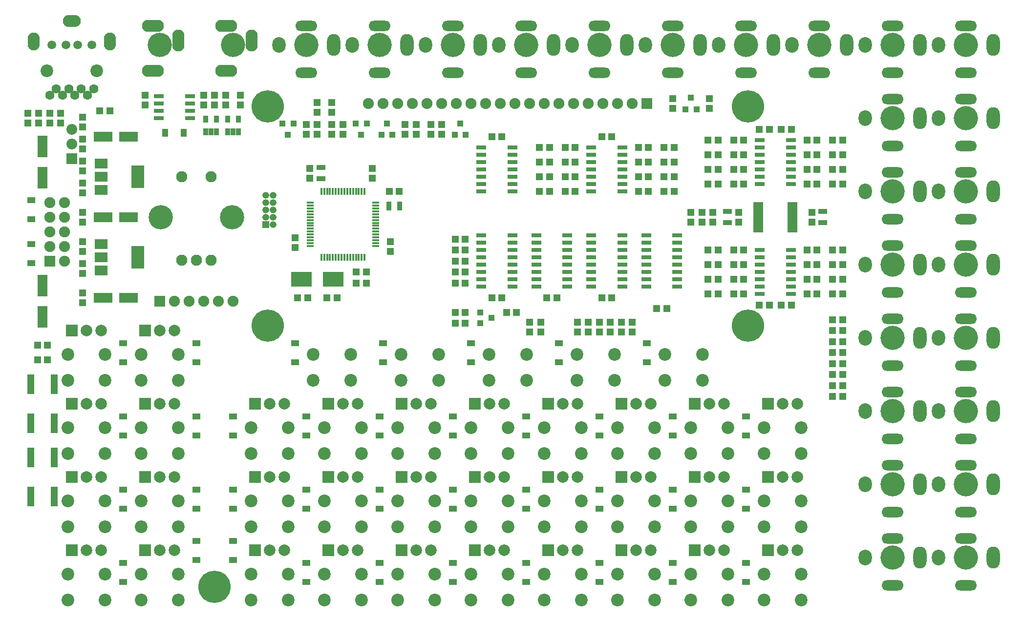
<source format=gts>
G04 #@! TF.FileFunction,Soldermask,Top*
%FSLAX46Y46*%
G04 Gerber Fmt 4.6, Leading zero omitted, Abs format (unit mm)*
G04 Created by KiCad (PCBNEW 4.0.7) date 2019 January 06, Sunday 22:11:23*
%MOMM*%
%LPD*%
G01*
G04 APERTURE LIST*
%ADD10C,0.100000*%
%ADD11R,1.200000X1.200000*%
%ADD12R,1.900000X1.900000*%
%ADD13O,1.900000X1.900000*%
%ADD14O,1.200000X1.200000*%
%ADD15C,2.200000*%
%ADD16R,1.000000X1.100000*%
%ADD17R,0.450000X1.200000*%
%ADD18R,1.200000X0.450000*%
%ADD19R,1.200000X3.400000*%
%ADD20R,1.700000X0.800000*%
%ADD21R,1.700000X0.650000*%
%ADD22R,3.200000X1.800000*%
%ADD23R,1.800000X3.700000*%
%ADD24R,2.200000X4.000000*%
%ADD25R,2.200000X1.700000*%
%ADD26R,0.850000X1.260000*%
%ADD27C,1.600000*%
%ADD28O,2.300000X2.700000*%
%ADD29O,2.300000X3.800000*%
%ADD30O,3.800000X1.800000*%
%ADD31C,4.200000*%
%ADD32O,3.100000X2.100000*%
%ADD33C,1.500000*%
%ADD34O,2.100000X3.100000*%
%ADD35C,1.950000*%
%ADD36O,4.200000X4.200000*%
%ADD37R,1.100000X1.000000*%
%ADD38R,2.000000X2.000000*%
%ADD39C,2.000000*%
%ADD40C,1.876400*%
%ADD41R,1.876400X1.876400*%
%ADD42R,1.750000X0.800000*%
%ADD43R,3.525000X2.600000*%
%ADD44R,1.500000X0.900000*%
%ADD45R,0.900000X1.500000*%
%ADD46R,1.400000X1.100000*%
%ADD47R,1.100000X1.400000*%
%ADD48O,2.100000X3.800000*%
%ADD49O,3.800000X2.100000*%
%ADD50C,5.600000*%
G04 APERTURE END LIST*
D10*
D11*
X165735000Y-93765000D03*
X165735000Y-95465000D03*
D12*
X101600000Y-90170000D03*
D13*
X104140000Y-90170000D03*
X106680000Y-90170000D03*
X109220000Y-90170000D03*
X111760000Y-90170000D03*
X114300000Y-90170000D03*
D11*
X120015000Y-76835000D03*
D14*
X121285000Y-76835000D03*
X120015000Y-75565000D03*
X121285000Y-75565000D03*
X120015000Y-74295000D03*
X121285000Y-74295000D03*
X120015000Y-73025000D03*
X121285000Y-73025000D03*
X120015000Y-71755000D03*
X121285000Y-71755000D03*
D15*
X206300000Y-141950000D03*
X212800000Y-141950000D03*
X212800000Y-137450000D03*
X206300000Y-137450000D03*
X193600000Y-141950000D03*
X200100000Y-141950000D03*
X200100000Y-137450000D03*
X193600000Y-137450000D03*
X180900000Y-141950000D03*
X187400000Y-141950000D03*
X187400000Y-137450000D03*
X180900000Y-137450000D03*
X168200000Y-141950000D03*
X174700000Y-141950000D03*
X174700000Y-137450000D03*
X168200000Y-137450000D03*
X155500000Y-141950000D03*
X162000000Y-141950000D03*
X162000000Y-137450000D03*
X155500000Y-137450000D03*
X142800000Y-141950000D03*
X149300000Y-141950000D03*
X149300000Y-137450000D03*
X142800000Y-137450000D03*
X130100000Y-141950000D03*
X136600000Y-141950000D03*
X136600000Y-137450000D03*
X130100000Y-137450000D03*
X117400000Y-141950000D03*
X123900000Y-141950000D03*
X123900000Y-137450000D03*
X117400000Y-137450000D03*
X206300000Y-129250000D03*
X212800000Y-129250000D03*
X212800000Y-124750000D03*
X206300000Y-124750000D03*
X193600000Y-129250000D03*
X200100000Y-129250000D03*
X200100000Y-124750000D03*
X193600000Y-124750000D03*
X180900000Y-129250000D03*
X187400000Y-129250000D03*
X187400000Y-124750000D03*
X180900000Y-124750000D03*
X168200000Y-129250000D03*
X174700000Y-129250000D03*
X174700000Y-124750000D03*
X168200000Y-124750000D03*
X155500000Y-129250000D03*
X162000000Y-129250000D03*
X162000000Y-124750000D03*
X155500000Y-124750000D03*
X142800000Y-129250000D03*
X149300000Y-129250000D03*
X149300000Y-124750000D03*
X142800000Y-124750000D03*
X130100000Y-129250000D03*
X136600000Y-129250000D03*
X136600000Y-124750000D03*
X130100000Y-124750000D03*
X117400000Y-129250000D03*
X123900000Y-129250000D03*
X123900000Y-124750000D03*
X117400000Y-124750000D03*
X206300000Y-116550000D03*
X212800000Y-116550000D03*
X212800000Y-112050000D03*
X206300000Y-112050000D03*
X193600000Y-116550000D03*
X200100000Y-116550000D03*
X200100000Y-112050000D03*
X193600000Y-112050000D03*
X180900000Y-116550000D03*
X187400000Y-116550000D03*
X187400000Y-112050000D03*
X180900000Y-112050000D03*
X168200000Y-116550000D03*
X174700000Y-116550000D03*
X174700000Y-112050000D03*
X168200000Y-112050000D03*
X155500000Y-116550000D03*
X162000000Y-116550000D03*
X162000000Y-112050000D03*
X155500000Y-112050000D03*
X142800000Y-116550000D03*
X149300000Y-116550000D03*
X149300000Y-112050000D03*
X142800000Y-112050000D03*
X130100000Y-116550000D03*
X136600000Y-116550000D03*
X136600000Y-112050000D03*
X130100000Y-112050000D03*
X117400000Y-116550000D03*
X123900000Y-116550000D03*
X123900000Y-112050000D03*
X117400000Y-112050000D03*
X98350000Y-141950000D03*
X104850000Y-141950000D03*
X104850000Y-137450000D03*
X98350000Y-137450000D03*
X85650000Y-141950000D03*
X92150000Y-141950000D03*
X92150000Y-137450000D03*
X85650000Y-137450000D03*
X98350000Y-129250000D03*
X104850000Y-129250000D03*
X104850000Y-124750000D03*
X98350000Y-124750000D03*
X85650000Y-129250000D03*
X92150000Y-129250000D03*
X92150000Y-124750000D03*
X85650000Y-124750000D03*
X98350000Y-116550000D03*
X104850000Y-116550000D03*
X104850000Y-112050000D03*
X98350000Y-112050000D03*
X85650000Y-116550000D03*
X92150000Y-116550000D03*
X92150000Y-112050000D03*
X85650000Y-112050000D03*
X98350000Y-103850000D03*
X104850000Y-103850000D03*
X104850000Y-99350000D03*
X98350000Y-99350000D03*
X85650000Y-103850000D03*
X92150000Y-103850000D03*
X92150000Y-99350000D03*
X85650000Y-99350000D03*
X189155000Y-103850000D03*
X195655000Y-103850000D03*
X195655000Y-99350000D03*
X189155000Y-99350000D03*
X173915000Y-103850000D03*
X180415000Y-103850000D03*
X180415000Y-99350000D03*
X173915000Y-99350000D03*
X158675000Y-103850000D03*
X165175000Y-103850000D03*
X165175000Y-99350000D03*
X158675000Y-99350000D03*
X143435000Y-103850000D03*
X149935000Y-103850000D03*
X149935000Y-99350000D03*
X143435000Y-99350000D03*
X128195000Y-103850000D03*
X134695000Y-103850000D03*
X134695000Y-99350000D03*
X128195000Y-99350000D03*
D16*
X152720000Y-61325000D03*
X154620000Y-61325000D03*
X153670000Y-59325000D03*
X137475000Y-59325000D03*
X135575000Y-59325000D03*
X136525000Y-61325000D03*
X140020000Y-61325000D03*
X141920000Y-61325000D03*
X140970000Y-59325000D03*
X124775000Y-59325000D03*
X122875000Y-59325000D03*
X123825000Y-61325000D03*
D17*
X129600000Y-82520000D03*
X130100000Y-82520000D03*
X130600000Y-82520000D03*
X131100000Y-82520000D03*
X131600000Y-82520000D03*
X132100000Y-82520000D03*
X132600000Y-82520000D03*
X133100000Y-82520000D03*
X133600000Y-82520000D03*
X134100000Y-82520000D03*
X134600000Y-82520000D03*
X135100000Y-82520000D03*
X135600000Y-82520000D03*
X136100000Y-82520000D03*
X136600000Y-82520000D03*
X137100000Y-82520000D03*
D18*
X139050000Y-80570000D03*
X139050000Y-80070000D03*
X139050000Y-79570000D03*
X139050000Y-79070000D03*
X139050000Y-78570000D03*
X139050000Y-78070000D03*
X139050000Y-77570000D03*
X139050000Y-77070000D03*
X139050000Y-76570000D03*
X139050000Y-76070000D03*
X139050000Y-75570000D03*
X139050000Y-75070000D03*
X139050000Y-74570000D03*
X139050000Y-74070000D03*
X139050000Y-73570000D03*
X139050000Y-73070000D03*
D17*
X137100000Y-71120000D03*
X136600000Y-71120000D03*
X136100000Y-71120000D03*
X135600000Y-71120000D03*
X135100000Y-71120000D03*
X134600000Y-71120000D03*
X134100000Y-71120000D03*
X133600000Y-71120000D03*
X133100000Y-71120000D03*
X132600000Y-71120000D03*
X132100000Y-71120000D03*
X131600000Y-71120000D03*
X131100000Y-71120000D03*
X130600000Y-71120000D03*
X130100000Y-71120000D03*
X129600000Y-71120000D03*
D18*
X127650000Y-73070000D03*
X127650000Y-73570000D03*
X127650000Y-74070000D03*
X127650000Y-74570000D03*
X127650000Y-75070000D03*
X127650000Y-75570000D03*
X127650000Y-76070000D03*
X127650000Y-76570000D03*
X127650000Y-77070000D03*
X127650000Y-77570000D03*
X127650000Y-78070000D03*
X127650000Y-78570000D03*
X127650000Y-79070000D03*
X127650000Y-79570000D03*
X127650000Y-80070000D03*
X127650000Y-80570000D03*
D19*
X83280000Y-124050000D03*
X83280000Y-117250000D03*
X79280000Y-117250000D03*
X79280000Y-124050000D03*
X79280000Y-104550000D03*
X79280000Y-111350000D03*
X83280000Y-111350000D03*
X83280000Y-104550000D03*
D20*
X181770000Y-71120000D03*
X181770000Y-69850000D03*
X181770000Y-68580000D03*
X181770000Y-67310000D03*
X181770000Y-66040000D03*
X181770000Y-64770000D03*
X181770000Y-63500000D03*
X176370000Y-63500000D03*
X176370000Y-64770000D03*
X176370000Y-66040000D03*
X176370000Y-67310000D03*
X176370000Y-68580000D03*
X176370000Y-69850000D03*
X176370000Y-71120000D03*
D21*
X205330000Y-73290000D03*
X205330000Y-73940000D03*
X205330000Y-74590000D03*
X205330000Y-75240000D03*
X205330000Y-75890000D03*
X205330000Y-76540000D03*
X205330000Y-77190000D03*
X205330000Y-77840000D03*
X211230000Y-77840000D03*
X211230000Y-77190000D03*
X211230000Y-76540000D03*
X211230000Y-75890000D03*
X211230000Y-75240000D03*
X211230000Y-74590000D03*
X211230000Y-73940000D03*
X211230000Y-73290000D03*
D22*
X91780000Y-75565000D03*
X96180000Y-75565000D03*
D23*
X81280000Y-68740000D03*
X81280000Y-63340000D03*
X81280000Y-92870000D03*
X81280000Y-87470000D03*
D22*
X91780000Y-89535000D03*
X96180000Y-89535000D03*
X91780000Y-61595000D03*
X96180000Y-61595000D03*
D16*
X192725000Y-56880000D03*
X194625000Y-56880000D03*
X193675000Y-54880000D03*
D12*
X82550000Y-83185000D03*
D13*
X85090000Y-83185000D03*
X82550000Y-80645000D03*
X85090000Y-80645000D03*
X82550000Y-78105000D03*
X85090000Y-78105000D03*
X82550000Y-75565000D03*
X85090000Y-75565000D03*
X82550000Y-73025000D03*
X85090000Y-73025000D03*
D24*
X97765000Y-68580000D03*
D25*
X91465000Y-68580000D03*
X91465000Y-70880000D03*
X91465000Y-66280000D03*
D24*
X97765000Y-82550000D03*
D25*
X91465000Y-82550000D03*
X91465000Y-84850000D03*
X91465000Y-80250000D03*
D26*
X113350000Y-60790000D03*
X114300000Y-60790000D03*
X115250000Y-60790000D03*
X115250000Y-58590000D03*
X113350000Y-58590000D03*
D27*
X90210000Y-53340000D03*
X89110000Y-54440000D03*
X88010000Y-53340000D03*
X86910000Y-54440000D03*
X85810000Y-53340000D03*
X84710000Y-54440000D03*
X83610000Y-53340000D03*
X82510000Y-54440000D03*
D15*
X90660000Y-50170000D03*
X82060000Y-50170000D03*
D20*
X172245000Y-87630000D03*
X172245000Y-86360000D03*
X172245000Y-85090000D03*
X172245000Y-83820000D03*
X172245000Y-82550000D03*
X172245000Y-81280000D03*
X172245000Y-80010000D03*
X172245000Y-78740000D03*
X166845000Y-78740000D03*
X166845000Y-80010000D03*
X166845000Y-81280000D03*
X166845000Y-82550000D03*
X166845000Y-83820000D03*
X166845000Y-85090000D03*
X166845000Y-86360000D03*
X166845000Y-87630000D03*
X181770000Y-87630000D03*
X181770000Y-86360000D03*
X181770000Y-85090000D03*
X181770000Y-83820000D03*
X181770000Y-82550000D03*
X181770000Y-81280000D03*
X181770000Y-80010000D03*
X181770000Y-78740000D03*
X176370000Y-78740000D03*
X176370000Y-80010000D03*
X176370000Y-81280000D03*
X176370000Y-82550000D03*
X176370000Y-83820000D03*
X176370000Y-85090000D03*
X176370000Y-86360000D03*
X176370000Y-87630000D03*
X191295000Y-87630000D03*
X191295000Y-86360000D03*
X191295000Y-85090000D03*
X191295000Y-83820000D03*
X191295000Y-82550000D03*
X191295000Y-81280000D03*
X191295000Y-80010000D03*
X191295000Y-78740000D03*
X185895000Y-78740000D03*
X185895000Y-80010000D03*
X185895000Y-81280000D03*
X185895000Y-82550000D03*
X185895000Y-83820000D03*
X185895000Y-85090000D03*
X185895000Y-86360000D03*
X185895000Y-87630000D03*
X162720000Y-87630000D03*
X162720000Y-86360000D03*
X162720000Y-85090000D03*
X162720000Y-83820000D03*
X162720000Y-82550000D03*
X162720000Y-81280000D03*
X162720000Y-80010000D03*
X162720000Y-78740000D03*
X157320000Y-78740000D03*
X157320000Y-80010000D03*
X157320000Y-81280000D03*
X157320000Y-82550000D03*
X157320000Y-83820000D03*
X157320000Y-85090000D03*
X157320000Y-86360000D03*
X157320000Y-87630000D03*
X210980000Y-69850000D03*
X210980000Y-68580000D03*
X210980000Y-67310000D03*
X210980000Y-66040000D03*
X210980000Y-64770000D03*
X210980000Y-63500000D03*
X210980000Y-62230000D03*
X205580000Y-62230000D03*
X205580000Y-63500000D03*
X205580000Y-64770000D03*
X205580000Y-66040000D03*
X205580000Y-67310000D03*
X205580000Y-68580000D03*
X205580000Y-69850000D03*
X210999434Y-88900000D03*
X210999434Y-87630000D03*
X210999434Y-86360000D03*
X210999434Y-85090000D03*
X210999434Y-83820000D03*
X210999434Y-82550000D03*
X210999434Y-81280000D03*
X205599434Y-81280000D03*
X205599434Y-82550000D03*
X205599434Y-83820000D03*
X205599434Y-85090000D03*
X205599434Y-86360000D03*
X205599434Y-87630000D03*
X205599434Y-88900000D03*
X157320000Y-63500000D03*
X157320000Y-64770000D03*
X157320000Y-66040000D03*
X157320000Y-67310000D03*
X157320000Y-68580000D03*
X157320000Y-69850000D03*
X157320000Y-71120000D03*
X162720000Y-71120000D03*
X162720000Y-69850000D03*
X162720000Y-68580000D03*
X162720000Y-67310000D03*
X162720000Y-66040000D03*
X162720000Y-64770000D03*
X162720000Y-63500000D03*
D28*
X160400000Y-45720000D03*
D29*
X169800000Y-45720000D03*
D30*
X165100000Y-42420000D03*
X165100000Y-50520000D03*
D31*
X165100000Y-45720000D03*
D28*
X135000000Y-45720000D03*
D29*
X144400000Y-45720000D03*
D30*
X139700000Y-42420000D03*
X139700000Y-50520000D03*
D31*
X139700000Y-45720000D03*
D28*
X223900000Y-134620000D03*
D29*
X233300000Y-134620000D03*
D30*
X228600000Y-131320000D03*
X228600000Y-139420000D03*
D31*
X228600000Y-134620000D03*
D28*
X223900000Y-121920000D03*
D29*
X233300000Y-121920000D03*
D30*
X228600000Y-118620000D03*
X228600000Y-126720000D03*
D31*
X228600000Y-121920000D03*
D28*
X223900000Y-109220000D03*
D29*
X233300000Y-109220000D03*
D30*
X228600000Y-105920000D03*
X228600000Y-114020000D03*
D31*
X228600000Y-109220000D03*
D28*
X223900000Y-96520000D03*
D29*
X233300000Y-96520000D03*
D30*
X228600000Y-93220000D03*
X228600000Y-101320000D03*
D31*
X228600000Y-96520000D03*
D28*
X223900000Y-83820000D03*
D29*
X233300000Y-83820000D03*
D30*
X228600000Y-80520000D03*
X228600000Y-88620000D03*
D31*
X228600000Y-83820000D03*
D28*
X223900000Y-71120000D03*
D29*
X233300000Y-71120000D03*
D30*
X228600000Y-67820000D03*
X228600000Y-75920000D03*
D31*
X228600000Y-71120000D03*
D28*
X223900000Y-58420000D03*
D29*
X233300000Y-58420000D03*
D30*
X228600000Y-55120000D03*
X228600000Y-63220000D03*
D31*
X228600000Y-58420000D03*
D28*
X223900000Y-45720000D03*
D29*
X233300000Y-45720000D03*
D30*
X228600000Y-42420000D03*
X228600000Y-50520000D03*
D31*
X228600000Y-45720000D03*
D28*
X211200000Y-45720000D03*
D29*
X220600000Y-45720000D03*
D30*
X215900000Y-42420000D03*
X215900000Y-50520000D03*
D31*
X215900000Y-45720000D03*
D28*
X198500000Y-45720000D03*
D29*
X207900000Y-45720000D03*
D30*
X203200000Y-42420000D03*
X203200000Y-50520000D03*
D31*
X203200000Y-45720000D03*
D28*
X185800000Y-45720000D03*
D29*
X195200000Y-45720000D03*
D30*
X190500000Y-42420000D03*
X190500000Y-50520000D03*
D31*
X190500000Y-45720000D03*
D28*
X173100000Y-45720000D03*
D29*
X182500000Y-45720000D03*
D30*
X177800000Y-42420000D03*
X177800000Y-50520000D03*
D31*
X177800000Y-45720000D03*
D28*
X236600000Y-134620000D03*
D29*
X246000000Y-134620000D03*
D30*
X241300000Y-131320000D03*
X241300000Y-139420000D03*
D31*
X241300000Y-134620000D03*
D28*
X236600000Y-121920000D03*
D29*
X246000000Y-121920000D03*
D30*
X241300000Y-118620000D03*
X241300000Y-126720000D03*
D31*
X241300000Y-121920000D03*
D28*
X236600000Y-109220000D03*
D29*
X246000000Y-109220000D03*
D30*
X241300000Y-105920000D03*
X241300000Y-114020000D03*
D31*
X241300000Y-109220000D03*
D28*
X236600000Y-96520000D03*
D29*
X246000000Y-96520000D03*
D30*
X241300000Y-93220000D03*
X241300000Y-101320000D03*
D31*
X241300000Y-96520000D03*
D28*
X236600000Y-83820000D03*
D29*
X246000000Y-83820000D03*
D30*
X241300000Y-80520000D03*
X241300000Y-88620000D03*
D31*
X241300000Y-83820000D03*
D28*
X236600000Y-71120000D03*
D29*
X246000000Y-71120000D03*
D30*
X241300000Y-67820000D03*
X241300000Y-75920000D03*
D31*
X241300000Y-71120000D03*
D28*
X236600000Y-58420000D03*
D29*
X246000000Y-58420000D03*
D30*
X241300000Y-55120000D03*
X241300000Y-63220000D03*
D31*
X241300000Y-58420000D03*
D28*
X236600000Y-45720000D03*
D29*
X246000000Y-45720000D03*
D30*
X241300000Y-42420000D03*
X241300000Y-50520000D03*
D31*
X241300000Y-45720000D03*
D28*
X147700000Y-45720000D03*
D29*
X157100000Y-45720000D03*
D30*
X152400000Y-42420000D03*
X152400000Y-50520000D03*
D31*
X152400000Y-45720000D03*
D28*
X122300000Y-45720000D03*
D29*
X131700000Y-45720000D03*
D30*
X127000000Y-42420000D03*
X127000000Y-50520000D03*
D31*
X127000000Y-45720000D03*
D32*
X86360000Y-41540000D03*
D33*
X82860000Y-45720000D03*
X85360000Y-45720000D03*
X87360000Y-45720000D03*
X89860000Y-45720000D03*
D34*
X79790000Y-45120000D03*
X92930000Y-45120000D03*
D35*
X105450000Y-83065000D03*
X110450000Y-83065000D03*
X107950000Y-83065000D03*
X110450000Y-68565000D03*
X105450000Y-68565000D03*
D36*
X114150000Y-75565000D03*
X101750000Y-75565000D03*
D37*
X157115000Y-92075000D03*
X157115000Y-93975000D03*
X159115000Y-93025000D03*
D38*
X86360000Y-95250000D03*
D39*
X88900000Y-95250000D03*
X91440000Y-95250000D03*
D38*
X99060000Y-95250000D03*
D39*
X101600000Y-95250000D03*
X104140000Y-95250000D03*
D38*
X86360000Y-107950000D03*
D39*
X88900000Y-107950000D03*
X91440000Y-107950000D03*
D38*
X99060000Y-107950000D03*
D39*
X101600000Y-107950000D03*
X104140000Y-107950000D03*
D38*
X86360000Y-120650000D03*
D39*
X88900000Y-120650000D03*
X91440000Y-120650000D03*
D38*
X99060000Y-120650000D03*
D39*
X101600000Y-120650000D03*
X104140000Y-120650000D03*
D38*
X86360000Y-133350000D03*
D39*
X88900000Y-133350000D03*
X91440000Y-133350000D03*
D38*
X99060000Y-133350000D03*
D39*
X101600000Y-133350000D03*
X104140000Y-133350000D03*
D38*
X118110000Y-107950000D03*
D39*
X120650000Y-107950000D03*
X123190000Y-107950000D03*
D38*
X130810000Y-107950000D03*
D39*
X133350000Y-107950000D03*
X135890000Y-107950000D03*
D38*
X143510000Y-107950000D03*
D39*
X146050000Y-107950000D03*
X148590000Y-107950000D03*
D38*
X156210000Y-107950000D03*
D39*
X158750000Y-107950000D03*
X161290000Y-107950000D03*
D38*
X168910000Y-107950000D03*
D39*
X171450000Y-107950000D03*
X173990000Y-107950000D03*
D38*
X181610000Y-107950000D03*
D39*
X184150000Y-107950000D03*
X186690000Y-107950000D03*
D38*
X194310000Y-107950000D03*
D39*
X196850000Y-107950000D03*
X199390000Y-107950000D03*
D38*
X207010000Y-107950000D03*
D39*
X209550000Y-107950000D03*
X212090000Y-107950000D03*
D38*
X118110000Y-120650000D03*
D39*
X120650000Y-120650000D03*
X123190000Y-120650000D03*
D38*
X130810000Y-120650000D03*
D39*
X133350000Y-120650000D03*
X135890000Y-120650000D03*
D38*
X143510000Y-120650000D03*
D39*
X146050000Y-120650000D03*
X148590000Y-120650000D03*
D38*
X156210000Y-120650000D03*
D39*
X158750000Y-120650000D03*
X161290000Y-120650000D03*
D38*
X168910000Y-120650000D03*
D39*
X171450000Y-120650000D03*
X173990000Y-120650000D03*
D38*
X181610000Y-120650000D03*
D39*
X184150000Y-120650000D03*
X186690000Y-120650000D03*
D38*
X194310000Y-120650000D03*
D39*
X196850000Y-120650000D03*
X199390000Y-120650000D03*
D38*
X207010000Y-120650000D03*
D39*
X209550000Y-120650000D03*
X212090000Y-120650000D03*
D38*
X118110000Y-133350000D03*
D39*
X120650000Y-133350000D03*
X123190000Y-133350000D03*
D38*
X130810000Y-133350000D03*
D39*
X133350000Y-133350000D03*
X135890000Y-133350000D03*
D38*
X143510000Y-133350000D03*
D39*
X146050000Y-133350000D03*
X148590000Y-133350000D03*
D38*
X156210000Y-133350000D03*
D39*
X158750000Y-133350000D03*
X161290000Y-133350000D03*
D38*
X168910000Y-133350000D03*
D39*
X171450000Y-133350000D03*
X173990000Y-133350000D03*
D38*
X181610000Y-133350000D03*
D39*
X184150000Y-133350000D03*
X186690000Y-133350000D03*
D38*
X194310000Y-133350000D03*
D39*
X196850000Y-133350000D03*
X199390000Y-133350000D03*
D38*
X207010000Y-133350000D03*
D39*
X209550000Y-133350000D03*
X212090000Y-133350000D03*
D40*
X86360000Y-62865000D03*
D41*
X86360000Y-65405000D03*
D40*
X86360000Y-60325000D03*
D26*
X109540000Y-60790000D03*
X110490000Y-60790000D03*
X111440000Y-60790000D03*
X111440000Y-58590000D03*
X109540000Y-58590000D03*
D42*
X101440000Y-54610000D03*
X101440000Y-55880000D03*
X101440000Y-57150000D03*
X101440000Y-58420000D03*
X106840000Y-58420000D03*
X106840000Y-57150000D03*
X106840000Y-55880000D03*
X106840000Y-54610000D03*
D43*
X131667500Y-86360000D03*
X126142500Y-86360000D03*
D11*
X148590000Y-61175000D03*
X148590000Y-59475000D03*
X133350000Y-59475000D03*
X133350000Y-61175000D03*
X150495000Y-59475000D03*
X150495000Y-61175000D03*
X131445000Y-57365000D03*
X131445000Y-55665000D03*
X146050000Y-61175000D03*
X146050000Y-59475000D03*
X127000000Y-59475000D03*
X127000000Y-61175000D03*
X144145000Y-59475000D03*
X144145000Y-61175000D03*
X128905000Y-57365000D03*
X128905000Y-55665000D03*
X218225000Y-106680000D03*
X219925000Y-106680000D03*
X218225000Y-104775000D03*
X219925000Y-104775000D03*
X218225000Y-102870000D03*
X219925000Y-102870000D03*
X218225000Y-100965000D03*
X219925000Y-100965000D03*
X218225000Y-99060000D03*
X219925000Y-99060000D03*
X218225000Y-97155000D03*
X219925000Y-97155000D03*
X218225000Y-95250000D03*
X219925000Y-95250000D03*
X218225000Y-93345000D03*
X219925000Y-93345000D03*
X82130000Y-100330000D03*
X80430000Y-100330000D03*
X80430000Y-97790000D03*
X82130000Y-97790000D03*
X186270000Y-68580000D03*
X184570000Y-68580000D03*
X186270000Y-66040000D03*
X184570000Y-66040000D03*
X190715000Y-68580000D03*
X189015000Y-68580000D03*
X190715000Y-66040000D03*
X189015000Y-66040000D03*
X190715000Y-71120000D03*
X189015000Y-71120000D03*
X190715000Y-63500000D03*
X189015000Y-63500000D03*
X171870000Y-66040000D03*
X173570000Y-66040000D03*
X171870000Y-68580000D03*
X173570000Y-68580000D03*
X167425000Y-66040000D03*
X169125000Y-66040000D03*
X167425000Y-68580000D03*
X169125000Y-68580000D03*
X167425000Y-63500000D03*
X169125000Y-63500000D03*
X167425000Y-71120000D03*
X169125000Y-71120000D03*
X109220000Y-56095000D03*
X109220000Y-54395000D03*
X99060000Y-54395000D03*
X99060000Y-56095000D03*
X113030000Y-54395000D03*
X113030000Y-56095000D03*
X111125000Y-54395000D03*
X111125000Y-56095000D03*
X88265000Y-76415000D03*
X88265000Y-74715000D03*
X88265000Y-90385000D03*
X88265000Y-88685000D03*
X196850000Y-56730000D03*
X196850000Y-55030000D03*
X115570000Y-54395000D03*
X115570000Y-56095000D03*
X213780000Y-62230000D03*
X215480000Y-62230000D03*
X213780000Y-69850000D03*
X215480000Y-69850000D03*
X202780000Y-62230000D03*
X201080000Y-62230000D03*
X202780000Y-69850000D03*
X201080000Y-69850000D03*
X218225000Y-69850000D03*
X219925000Y-69850000D03*
X213780000Y-67310000D03*
X215480000Y-67310000D03*
X218225000Y-62230000D03*
X219925000Y-62230000D03*
X213780000Y-64770000D03*
X215480000Y-64770000D03*
X198335000Y-62230000D03*
X196635000Y-62230000D03*
X202780000Y-64770000D03*
X201080000Y-64770000D03*
X198335000Y-69850000D03*
X196635000Y-69850000D03*
X202780000Y-67310000D03*
X201080000Y-67310000D03*
X213799434Y-88900000D03*
X215499434Y-88900000D03*
X213799434Y-81280000D03*
X215499434Y-81280000D03*
X202780000Y-81280000D03*
X201080000Y-81280000D03*
X202780000Y-88900000D03*
X201080000Y-88900000D03*
X218225000Y-88900000D03*
X219925000Y-88900000D03*
X213780000Y-86360000D03*
X215480000Y-86360000D03*
X218225000Y-81280000D03*
X219925000Y-81280000D03*
X213780000Y-83820000D03*
X215480000Y-83820000D03*
X198335000Y-81280000D03*
X196635000Y-81280000D03*
X202799434Y-83820000D03*
X201099434Y-83820000D03*
X198335000Y-88900000D03*
X196635000Y-88900000D03*
X202780000Y-86360000D03*
X201080000Y-86360000D03*
X154520000Y-81280000D03*
X152820000Y-81280000D03*
X154520000Y-83185000D03*
X152820000Y-83185000D03*
X154520000Y-85090000D03*
X152820000Y-85090000D03*
X154520000Y-86995000D03*
X152820000Y-86995000D03*
X154520000Y-79375000D03*
X152820000Y-79375000D03*
X183515000Y-93765000D03*
X183515000Y-95465000D03*
X181610000Y-93765000D03*
X181610000Y-95465000D03*
X179705000Y-93765000D03*
X179705000Y-95465000D03*
X177800000Y-93765000D03*
X177800000Y-95465000D03*
X175895000Y-93765000D03*
X175895000Y-95465000D03*
X173990000Y-93765000D03*
X173990000Y-95465000D03*
X167640000Y-93765000D03*
X167640000Y-95465000D03*
X195580000Y-74715000D03*
X195580000Y-76415000D03*
X193675000Y-76415000D03*
X193675000Y-74715000D03*
X78740000Y-59270000D03*
X78740000Y-57570000D03*
X80645000Y-59270000D03*
X80645000Y-57570000D03*
X82550000Y-59270000D03*
X82550000Y-57570000D03*
X84455000Y-59270000D03*
X84455000Y-57570000D03*
X161710000Y-92075000D03*
X163410000Y-92075000D03*
X91225000Y-57150000D03*
X92925000Y-57150000D03*
X152820000Y-92075000D03*
X154520000Y-92075000D03*
X152820000Y-93980000D03*
X154520000Y-93980000D03*
X138430000Y-67095000D03*
X138430000Y-68795000D03*
X130595000Y-89535000D03*
X132295000Y-89535000D03*
X127215000Y-89535000D03*
X125515000Y-89535000D03*
X187745000Y-91440000D03*
X189445000Y-91440000D03*
X178220000Y-89535000D03*
X179920000Y-89535000D03*
X168695000Y-89535000D03*
X170395000Y-89535000D03*
X159170000Y-89535000D03*
X160870000Y-89535000D03*
X159170000Y-61595000D03*
X160870000Y-61595000D03*
X184570000Y-71120000D03*
X186270000Y-71120000D03*
X184570000Y-63500000D03*
X186270000Y-63500000D03*
X173570000Y-63500000D03*
X171870000Y-63500000D03*
X173570000Y-71120000D03*
X171870000Y-71120000D03*
X178220000Y-61595000D03*
X179920000Y-61595000D03*
X88265000Y-71335000D03*
X88265000Y-69635000D03*
X88265000Y-67525000D03*
X88265000Y-65825000D03*
X88265000Y-85305000D03*
X88265000Y-83605000D03*
X88265000Y-81495000D03*
X88265000Y-79795000D03*
X190500000Y-56730000D03*
X190500000Y-55030000D03*
X88265000Y-63715000D03*
X88265000Y-62015000D03*
X88265000Y-59905000D03*
X88265000Y-58205000D03*
X125095000Y-80860000D03*
X125095000Y-79160000D03*
X141605000Y-79795000D03*
X141605000Y-81495000D03*
X141390000Y-71120000D03*
X143090000Y-71120000D03*
X127635000Y-68795000D03*
X127635000Y-67095000D03*
X137375000Y-86995000D03*
X135675000Y-86995000D03*
X137375000Y-85090000D03*
X135675000Y-85090000D03*
X218225000Y-67310000D03*
X219925000Y-67310000D03*
X218225000Y-64770000D03*
X219925000Y-64770000D03*
X198335000Y-64770000D03*
X196635000Y-64770000D03*
X198335000Y-67310000D03*
X196635000Y-67310000D03*
X218225000Y-86360000D03*
X219925000Y-86360000D03*
X218225000Y-83820000D03*
X219925000Y-83820000D03*
X198335000Y-83820000D03*
X196635000Y-83820000D03*
X198335000Y-86360000D03*
X196635000Y-86360000D03*
X209335000Y-60325000D03*
X211035000Y-60325000D03*
X209335000Y-90805000D03*
X211035000Y-90805000D03*
X205525000Y-60325000D03*
X207225000Y-60325000D03*
X205525000Y-90805000D03*
X207225000Y-90805000D03*
X201930000Y-76415000D03*
X201930000Y-74715000D03*
X214630000Y-76415000D03*
X214630000Y-74715000D03*
X197485000Y-74715000D03*
X197485000Y-76415000D03*
D44*
X216535000Y-76515000D03*
X216535000Y-74615000D03*
X200025000Y-76515000D03*
X200025000Y-74615000D03*
D45*
X143190000Y-73660000D03*
X141290000Y-73660000D03*
D44*
X129540000Y-66995000D03*
X129540000Y-68895000D03*
D46*
X79375000Y-83565000D03*
X79375000Y-80265000D03*
X79375000Y-75945000D03*
X79375000Y-72645000D03*
D47*
X102490000Y-60960000D03*
X105790000Y-60960000D03*
D46*
X125095000Y-97410000D03*
X125095000Y-100710000D03*
X140335000Y-97410000D03*
X140335000Y-100710000D03*
X155575000Y-97410000D03*
X155575000Y-100710000D03*
X170815000Y-97410000D03*
X170815000Y-100710000D03*
X186055000Y-97410000D03*
X186055000Y-100710000D03*
X95250000Y-97410000D03*
X95250000Y-100710000D03*
X107950000Y-97410000D03*
X107950000Y-100710000D03*
X95250000Y-110110000D03*
X95250000Y-113410000D03*
X107950000Y-110110000D03*
X107950000Y-113410000D03*
X95250000Y-122810000D03*
X95250000Y-126110000D03*
X107950000Y-122810000D03*
X107950000Y-126110000D03*
X95250000Y-135510000D03*
X95250000Y-138810000D03*
X107950000Y-131700000D03*
X107950000Y-135000000D03*
X114300000Y-110110000D03*
X114300000Y-113410000D03*
X127000000Y-110110000D03*
X127000000Y-113410000D03*
X139700000Y-110110000D03*
X139700000Y-113410000D03*
X152400000Y-110110000D03*
X152400000Y-113410000D03*
X165100000Y-110110000D03*
X165100000Y-113410000D03*
X177800000Y-110110000D03*
X177800000Y-113410000D03*
X190500000Y-110110000D03*
X190500000Y-113410000D03*
X203200000Y-110110000D03*
X203200000Y-113410000D03*
X114300000Y-122810000D03*
X114300000Y-126110000D03*
X127000000Y-122810000D03*
X127000000Y-126110000D03*
X139700000Y-122810000D03*
X139700000Y-126110000D03*
X152400000Y-122810000D03*
X152400000Y-126110000D03*
X165100000Y-122810000D03*
X165100000Y-126110000D03*
X177800000Y-122810000D03*
X177800000Y-126110000D03*
X190500000Y-122810000D03*
X190500000Y-126110000D03*
X203200000Y-122810000D03*
X203200000Y-126110000D03*
X114300000Y-131700000D03*
X114300000Y-135000000D03*
X127000000Y-135510000D03*
X127000000Y-138810000D03*
X139700000Y-135510000D03*
X139700000Y-138810000D03*
X152400000Y-135510000D03*
X152400000Y-138810000D03*
X165100000Y-135510000D03*
X165100000Y-138810000D03*
X177800000Y-135510000D03*
X177800000Y-138810000D03*
X190500000Y-135510000D03*
X190500000Y-138810000D03*
X203200000Y-135510000D03*
X203200000Y-138810000D03*
D48*
X104800000Y-44920000D03*
D49*
X100400000Y-50220000D03*
X100400000Y-42420000D03*
D31*
X101600000Y-45720000D03*
D48*
X117500000Y-44920000D03*
D49*
X113100000Y-50220000D03*
X113100000Y-42420000D03*
D31*
X114300000Y-45720000D03*
D12*
X186055000Y-55880000D03*
D13*
X183515000Y-55880000D03*
X180975000Y-55880000D03*
X178435000Y-55880000D03*
X175895000Y-55880000D03*
X173355000Y-55880000D03*
X170815000Y-55880000D03*
X168275000Y-55880000D03*
X165735000Y-55880000D03*
X163195000Y-55880000D03*
X160655000Y-55880000D03*
X158115000Y-55880000D03*
X155575000Y-55880000D03*
X153035000Y-55880000D03*
X150495000Y-55880000D03*
X147955000Y-55880000D03*
X145415000Y-55880000D03*
X142875000Y-55880000D03*
X140335000Y-55880000D03*
X137795000Y-55880000D03*
D50*
X120325000Y-56380000D03*
X203525000Y-56380000D03*
X120325000Y-94380000D03*
X203525000Y-94380000D03*
X111125000Y-139700000D03*
D11*
X128905000Y-59475000D03*
X128905000Y-61175000D03*
X131445000Y-59475000D03*
X131445000Y-61175000D03*
M02*

</source>
